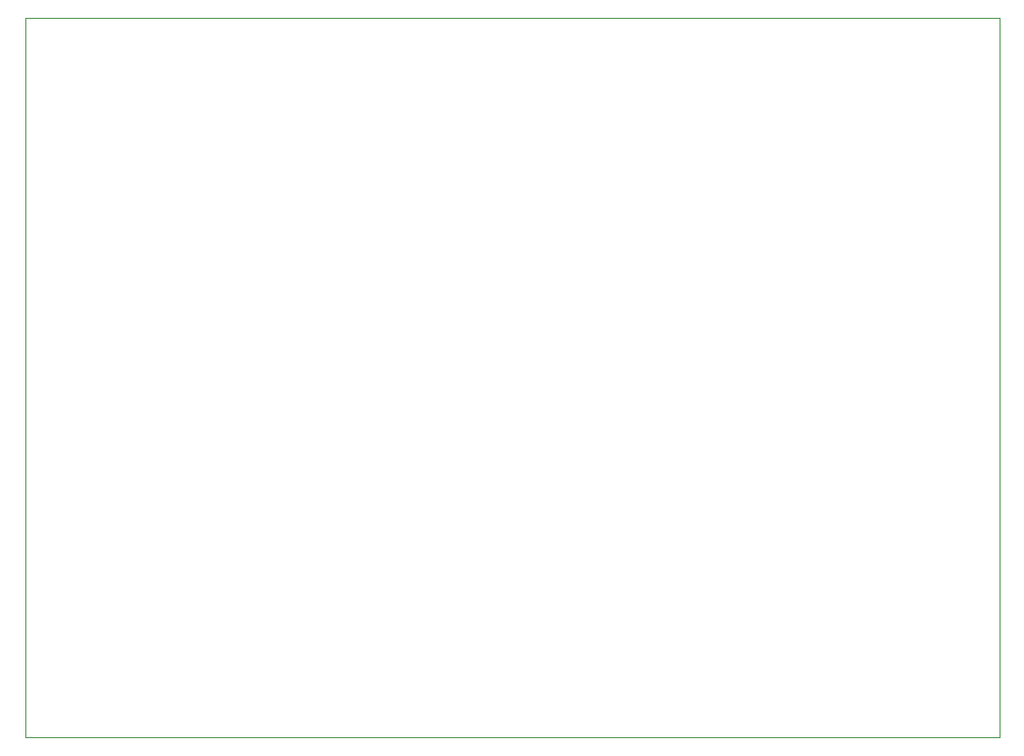
<source format=gm1>
%TF.GenerationSoftware,KiCad,Pcbnew,(6.0.9)*%
%TF.CreationDate,2023-01-04T20:05:15-05:00*%
%TF.ProjectId,Hardware-TinyPicoLoRaTrailer,48617264-7761-4726-952d-54696e795069,rev?*%
%TF.SameCoordinates,Original*%
%TF.FileFunction,Profile,NP*%
%FSLAX46Y46*%
G04 Gerber Fmt 4.6, Leading zero omitted, Abs format (unit mm)*
G04 Created by KiCad (PCBNEW (6.0.9)) date 2023-01-04 20:05:15*
%MOMM*%
%LPD*%
G01*
G04 APERTURE LIST*
%TA.AperFunction,Profile*%
%ADD10C,0.100000*%
%TD*%
G04 APERTURE END LIST*
D10*
X58250000Y-135000000D02*
X146000000Y-135000000D01*
X146000000Y-135000000D02*
X146000000Y-70250000D01*
X146000000Y-70250000D02*
X58250000Y-70250000D01*
X58250000Y-70250000D02*
X58250000Y-135000000D01*
M02*

</source>
